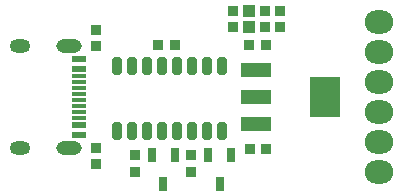
<source format=gts>
G04*
G04 #@! TF.GenerationSoftware,Altium Limited,Altium Designer,22.1.2 (22)*
G04*
G04 Layer_Color=8388736*
%FSLAX44Y44*%
%MOMM*%
G71*
G04*
G04 #@! TF.SameCoordinates,3CBB6683-9870-4264-921C-6CE77DAC6C85*
G04*
G04*
G04 #@! TF.FilePolarity,Negative*
G04*
G01*
G75*
%ADD13R,0.9500X0.9500*%
%ADD14R,1.0532X1.0532*%
G04:AMPARAMS|DCode=15|XSize=1.5132mm|YSize=0.8232mm|CornerRadius=0.1791mm|HoleSize=0mm|Usage=FLASHONLY|Rotation=270.000|XOffset=0mm|YOffset=0mm|HoleType=Round|Shape=RoundedRectangle|*
%AMROUNDEDRECTD15*
21,1,1.5132,0.4650,0,0,270.0*
21,1,1.1550,0.8232,0,0,270.0*
1,1,0.3582,-0.2325,-0.5775*
1,1,0.3582,-0.2325,0.5775*
1,1,0.3582,0.2325,0.5775*
1,1,0.3582,0.2325,-0.5775*
%
%ADD15ROUNDEDRECTD15*%
%ADD16R,2.6032X3.5032*%
%ADD17R,2.6032X1.2032*%
%ADD18R,0.9500X0.9500*%
%ADD19R,0.8032X1.3032*%
%ADD20R,1.2000X0.6000*%
%ADD21R,1.2000X0.3000*%
%ADD22O,2.4032X2.0032*%
%ADD23O,1.7500X1.1500*%
%ADD24O,2.1500X1.1500*%
%ADD25C,0.1500*%
D13*
X207500Y110500D02*
D03*
Y124500D02*
D03*
X247500Y110500D02*
D03*
Y124500D02*
D03*
X235000D02*
D03*
Y110500D02*
D03*
X91250Y94250D02*
D03*
Y108250D02*
D03*
X172500Y2000D02*
D03*
Y-12000D02*
D03*
X91250Y8250D02*
D03*
Y-5750D02*
D03*
X125000Y-12000D02*
D03*
Y2000D02*
D03*
D14*
X221250Y110500D02*
D03*
Y124500D02*
D03*
D15*
X198200Y77500D02*
D03*
X185500D02*
D03*
X172800D02*
D03*
X160100D02*
D03*
X147400D02*
D03*
X134700D02*
D03*
X122000D02*
D03*
X109300D02*
D03*
Y22500D02*
D03*
X122000D02*
D03*
X134700D02*
D03*
X147400D02*
D03*
X160100D02*
D03*
X172800D02*
D03*
X185500D02*
D03*
X198200D02*
D03*
D16*
X285250Y51250D02*
D03*
D17*
X227250Y28250D02*
D03*
Y51250D02*
D03*
Y74250D02*
D03*
D18*
X221250Y95000D02*
D03*
X235250D02*
D03*
X144250D02*
D03*
X158250D02*
D03*
X235750Y7500D02*
D03*
X221750D02*
D03*
D19*
X196250Y-22000D02*
D03*
X186750Y2000D02*
D03*
X205750D02*
D03*
X148750Y-22000D02*
D03*
X139250Y2000D02*
D03*
X158250D02*
D03*
D20*
X77500Y19250D02*
D03*
Y27250D02*
D03*
Y83250D02*
D03*
Y75250D02*
D03*
D21*
Y68750D02*
D03*
Y63750D02*
D03*
Y58750D02*
D03*
Y33750D02*
D03*
Y38750D02*
D03*
Y43750D02*
D03*
Y53750D02*
D03*
Y48750D02*
D03*
D22*
X331250Y-12250D02*
D03*
Y13150D02*
D03*
Y38550D02*
D03*
Y63950D02*
D03*
Y89350D02*
D03*
Y114750D02*
D03*
D23*
X27250Y94450D02*
D03*
Y8050D02*
D03*
D24*
X68750Y94450D02*
D03*
Y8050D02*
D03*
D25*
X63750Y80150D02*
D03*
Y22350D02*
D03*
M02*

</source>
